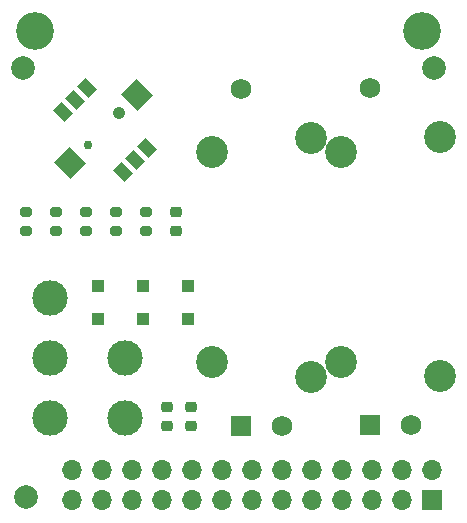
<source format=gbr>
G04 #@! TF.GenerationSoftware,KiCad,Pcbnew,7.0.9*
G04 #@! TF.CreationDate,2025-01-29T12:54:56-06:00*
G04 #@! TF.ProjectId,powertrain,706f7765-7274-4726-9169-6e2e6b696361,rev?*
G04 #@! TF.SameCoordinates,Original*
G04 #@! TF.FileFunction,Soldermask,Top*
G04 #@! TF.FilePolarity,Negative*
%FSLAX46Y46*%
G04 Gerber Fmt 4.6, Leading zero omitted, Abs format (unit mm)*
G04 Created by KiCad (PCBNEW 7.0.9) date 2025-01-29 12:54:56*
%MOMM*%
%LPD*%
G01*
G04 APERTURE LIST*
G04 Aperture macros list*
%AMRoundRect*
0 Rectangle with rounded corners*
0 $1 Rounding radius*
0 $2 $3 $4 $5 $6 $7 $8 $9 X,Y pos of 4 corners*
0 Add a 4 corners polygon primitive as box body*
4,1,4,$2,$3,$4,$5,$6,$7,$8,$9,$2,$3,0*
0 Add four circle primitives for the rounded corners*
1,1,$1+$1,$2,$3*
1,1,$1+$1,$4,$5*
1,1,$1+$1,$6,$7*
1,1,$1+$1,$8,$9*
0 Add four rect primitives between the rounded corners*
20,1,$1+$1,$2,$3,$4,$5,0*
20,1,$1+$1,$4,$5,$6,$7,0*
20,1,$1+$1,$6,$7,$8,$9,0*
20,1,$1+$1,$8,$9,$2,$3,0*%
%AMRotRect*
0 Rectangle, with rotation*
0 The origin of the aperture is its center*
0 $1 length*
0 $2 width*
0 $3 Rotation angle, in degrees counterclockwise*
0 Add horizontal line*
21,1,$1,$2,0,0,$3*%
G04 Aperture macros list end*
%ADD10R,1.750000X1.750000*%
%ADD11C,1.750000*%
%ADD12C,2.700000*%
%ADD13C,3.000000*%
%ADD14RoundRect,0.200000X0.275000X-0.200000X0.275000X0.200000X-0.275000X0.200000X-0.275000X-0.200000X0*%
%ADD15RoundRect,0.200000X-0.275000X0.200000X-0.275000X-0.200000X0.275000X-0.200000X0.275000X0.200000X0*%
%ADD16RoundRect,0.225000X0.250000X-0.225000X0.250000X0.225000X-0.250000X0.225000X-0.250000X-0.225000X0*%
%ADD17C,3.200000*%
%ADD18R,1.700000X1.700000*%
%ADD19O,1.700000X1.700000*%
%ADD20RoundRect,0.225000X-0.250000X0.225000X-0.250000X-0.225000X0.250000X-0.225000X0.250000X0.225000X0*%
%ADD21RoundRect,0.218750X0.256250X-0.218750X0.256250X0.218750X-0.256250X0.218750X-0.256250X-0.218750X0*%
%ADD22R,1.100000X1.100000*%
%ADD23RotRect,2.000000X1.800000X135.000000*%
%ADD24C,0.750000*%
%ADD25C,1.050000*%
%ADD26RotRect,1.350000X1.000000X135.000000*%
%ADD27C,2.000000*%
G04 APERTURE END LIST*
D10*
X63900000Y-57116000D03*
D11*
X67400000Y-57116000D03*
X63900000Y-28616000D03*
D12*
X69850000Y-52966000D03*
X61450000Y-51766000D03*
X61450000Y-33966000D03*
X69850000Y-32766000D03*
D13*
X43180000Y-56515000D03*
X36830000Y-51435000D03*
X36830000Y-56515000D03*
X36830000Y-46355000D03*
D14*
X37338000Y-40703000D03*
X37338000Y-39053000D03*
D15*
X44958000Y-39053000D03*
X44958000Y-40703000D03*
X34798000Y-39053000D03*
X34798000Y-40703000D03*
D14*
X39878000Y-40703000D03*
X39878000Y-39053000D03*
D15*
X42418000Y-39053000D03*
X42418000Y-40703000D03*
D10*
X52978000Y-57166000D03*
D11*
X56478000Y-57166000D03*
X52978000Y-28666000D03*
D12*
X58928000Y-53016000D03*
X50528000Y-51816000D03*
X50528000Y-34016000D03*
X58928000Y-32816000D03*
D13*
X43180000Y-51435000D03*
D16*
X46736000Y-57163000D03*
X46736000Y-55613000D03*
D17*
X35560000Y-23749000D03*
X68326000Y-23749000D03*
D18*
X69215000Y-63500000D03*
D19*
X69215000Y-60960000D03*
X66675000Y-63500000D03*
X66675000Y-60960000D03*
X64135000Y-63500000D03*
X64135000Y-60960000D03*
X61595000Y-63500000D03*
X61595000Y-60960000D03*
X59055000Y-63500000D03*
X59055000Y-60960000D03*
X56515000Y-63500000D03*
X56515000Y-60960000D03*
X53975000Y-63500000D03*
X53975000Y-60960000D03*
X51435000Y-63500000D03*
X51435000Y-60960000D03*
X48895000Y-63500000D03*
X48895000Y-60960000D03*
X46355000Y-63500000D03*
X46355000Y-60960000D03*
X43815000Y-63500000D03*
X43815000Y-60960000D03*
X41275000Y-63500000D03*
X41275000Y-60960000D03*
X38735000Y-63500000D03*
X38735000Y-60960000D03*
D20*
X48768000Y-55613000D03*
X48768000Y-57163000D03*
D21*
X47498000Y-40665500D03*
X47498000Y-39090500D03*
D22*
X44704000Y-45336000D03*
X44704000Y-48136000D03*
X40894000Y-45336000D03*
X40894000Y-48136000D03*
X48514000Y-45336000D03*
X48514000Y-48136000D03*
D23*
X38502862Y-34903138D03*
D24*
X40023142Y-33382858D03*
D25*
X42710148Y-30695852D03*
D23*
X44230427Y-29175573D03*
D26*
X43028346Y-35680955D03*
X44035973Y-34673328D03*
X45043600Y-33665701D03*
X37972532Y-30625142D03*
X38980159Y-29617515D03*
X39987786Y-28609887D03*
D27*
X34798000Y-63246000D03*
X34544000Y-26924000D03*
X69342000Y-26924000D03*
M02*

</source>
